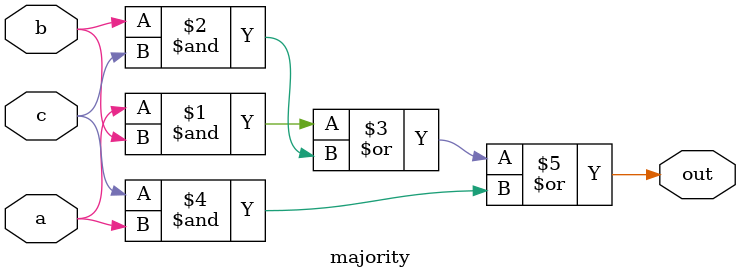
<source format=v>
`timescale 1ns / 1ns

module top(clk,rst);

	parameter WIDTH = 512, HEIGHT = 512;
	parameter length = WIDTH*HEIGHT*3;
	
	input clk;
	input rst;
	
	
	reg [7:0] mem [0:length-1];
	reg [7:0] R,G,B;
	
	//input [7:0] R,G,B;
	
	wire [16:1] sR,sG,sB;
	
	integer i;
	
	initial begin
		$readmemh("Lenna_hex.txt",mem,0,length-1);
		i = 0;
	end
	
	always @(posedge clk) begin
		if(i < length) begin
			R <= mem[i];
			G <= mem[i+1];
			B <= mem[i+2];
			i = i + 3;
			#100;
		end
	end
	
	mlam_ac_8x8 mulR(R,R,sR);
	mlam_ac_8x8 mulG(G,G,sG);
	mlam_ac_8x8 mulB(B,B,sB);
	
	always @(*) begin
		#1;
		$display("@%0t:R= %h, G= %h, B= %h", $time,sR,sG,sB);
		
						
	end

	image_write image(clk,sR[16:9],sG[16:9],sB[16:9]);
	
endmodule

module image_write(input clk, input [7:0] R,G,B);

	parameter WIDTH = 512, HEIGHT = 512;
	parameter length = WIDTH*HEIGHT*3;
	
	integer fd;
	integer count;
	
	initial begin
		fd = $fopen("mlam2_out.txt","w");
		count = 0;
	end
	
	always @(posedge clk) begin
		#1;
		$fwriteh(fd, R);
		$fwrite(fd,"\n");
		$fwriteh(fd, G);
		$fwrite(fd,"\n");
		$fwriteh(fd, B);
		$fwrite(fd,"\n");
		count = count + 3;
		if(count == length) begin
			$fclose(fd);
			$finish;
		end
	end

endmodule

module mlam_ac_8x8(a,b,out);
input [7:0] a,b;
output[16:1] out;
wire [8:1] m0,m1,m2,m3,c,s;
wire [32:1] p;
wire [10:0] temp_carry;


mlam_ac2_4x4 mf1(a[3:0],b[3:0],m0);
assign out[4:1] = m0[4:1];
assign p[8:5] = m0[8:5];

mlam_ac2_4x4 mf2(a[3:0], b[7:4], m1);
assign p[16:9] = m1[8:1];

mlam_ac2_4x4 mf3(a[7:4], b[3:0], m2);
assign p[24:16] = m2[8:1];

mlam_ac2_4x4 mf4(a[7:4], b[7:4], m3);
assign p[32:25] = m3[8:1];

mlafa ml1(p[5],p[9],p[17],c[1],s[1]);
assign out[5] = s[1]; 
mlafa ml2(p[6],p[10],p[18],c[2],s[2]);
mlafa ml3(p[7],p[11],p[19],c[3],s[3]);
mlafa ml4(p[8],p[12],p[20],c[4],s[4]);
mlafa ml5(p[13],p[21],p[25],c[5],s[5]);
mlafa ml6(p[14],p[22],p[26],c[6],s[6]);
mlafa ml7(p[15],p[23],p[27],c[7],s[7]);
mlafa ml8(p[16],p[24],p[28],c[8],s[8]);

efa e12(s[2],c[1],1'b0,temp_carry[0], out[6]);
efa e13(s[3],c[2],temp_carry[0],temp_carry[1], out[7]);
efa e14(s[4],c[3],temp_carry[1],temp_carry[2], out[8]);
efa e15(s[5],c[4],temp_carry[2],temp_carry[3], out[9]);
efa e16(s[6],c[5],temp_carry[3],temp_carry[4], out[10]);
efa e17(s[7],c[6],temp_carry[4],temp_carry[5], out[11]);
efa e18(s[8],c[7],temp_carry[5],temp_carry[6], out[12]);
efa e19(p[29],c[8],temp_carry[6],temp_carry[7], out[13]);
efa e20(p[30],1'b0,temp_carry[7],temp_carry[8], out[14]);
efa e21(p[31],1'b0,temp_carry[8],temp_carry[9], out[15]);
efa e22(p[32],1'b0,temp_carry[9],temp_carry[10], out[16]);

endmodule



module mlam_ac2_4x4(a,b,m);
input [3:0] a,b;
output[8:1] m;
wire [4:1] comp;
wire [12:1] pp;
wire [5:1] i0,i1,i2,i3;
wire [4:1] carry, cout, sum;
wire [3:1] temp_carr;


mlam_pp_4x4 f1(a,b,pp,comp);
assign m[1] = pp[1];
assign m[2] = pp[2];
assign i0 = {pp[3],pp[4],pp[7],1'b0,1'b0};
mlac22 z1(i0, cout[1], carry[1], sum[1]);
assign i1={pp[5], pp[8], comp[2], comp[3],carry[1]};
mlac22 z2(i1, cout[2], carry[2], sum[2]);
assign i2={pp[6], pp[9], pp[10], 1'b0, 1'b0};
mlac22 z3(i2, cout[3], carry[3], sum[3]);
assign i3={pp[11], comp[4],1'b0,1'b0,1'b0};
mlac22 z4(i3, cout[4], carry[4], sum[4]);
assign m[3] = sum[1];
assign m[4] = sum[2];
efa e1(sum[3], carry[3], carry[2], temp_carr[1], m[5]);
efa e2(sum[4],1'b0,temp_carr[1],temp_carr[2], m[6]);
efa e3(pp[12], carry[4], temp_carr[2], temp_carr[3],m[7]);
assign m[8] = temp_carr[3];
endmodule 



module mlam_pp_4x4(a,b,pp,comp);
input [3:0] a, b;
output [12:1] pp;
output [4:1] comp;
mlam_pp_2x2 t1(a[0],a[1],b[0],b[1],pp[1],pp[2],pp[3],comp[1]);
mlam_pp_2x2 t2(a[0],a[1],b[2],b[3],pp[4],pp[5],pp[6],comp[2]);
mlam_pp_2x2 t3(a[2],a[3],b[0],b[1],pp[7],pp[8],pp[9],comp[3]);
mlam_pp_2x2 t4(a[2],a[3],b[2],b[3],pp[10],pp[11],pp[12],comp[4]);
endmodule



module mlac22(p,cout,carry,sum);
input [5:1] p;
output cout,carry,sum;
wire t0,t1,t2;
assign cout = p[1];
assign t0 = ~p[1];
majority m5(t0,p[2],p[3],t1);
assign carry = t1;
assign t2 = ~t1;
majority m6(p[5],p[4],t2,sum);
endmodule



module mlam_pp_2x2(a0,a1,b0,b1,out0,out1,out2,comp);
input a0,a1,b0,b1;
output out0, out1, out2, comp;
majority m1(a0,b0,1'b0,out0);
majority m2(a0,b1,1'b0,out1);
majority m3(a1,b1,1'b0,out2);
majority m4(a1,b0,1'b0,comp);
endmodule



module efa(a,b,cin,cout,sum);
input a,b,cin;
output cout,sum;
wire t0,t1,t2,t3;
assign t0 = ~cin;
majority m7(a,b,t0, t1);
majority m8(a,b,cin, t2);
assign cout = t2;
assign t3 = ~t2;
majority m9(cin,t1,t3,sum);
endmodule



module mlafa(a,b,cin,cout,sum);
input a,b,cin;
output cout,sum;
wire t0;
assign t0=~cin;
assign cout = cin;
majority m10(a,b,t0,sum);
endmodule


module majority(a,b,c,out);
input a,b,c;
output out;
assign out = a&b | b&c | c&a;
endmodule




</source>
